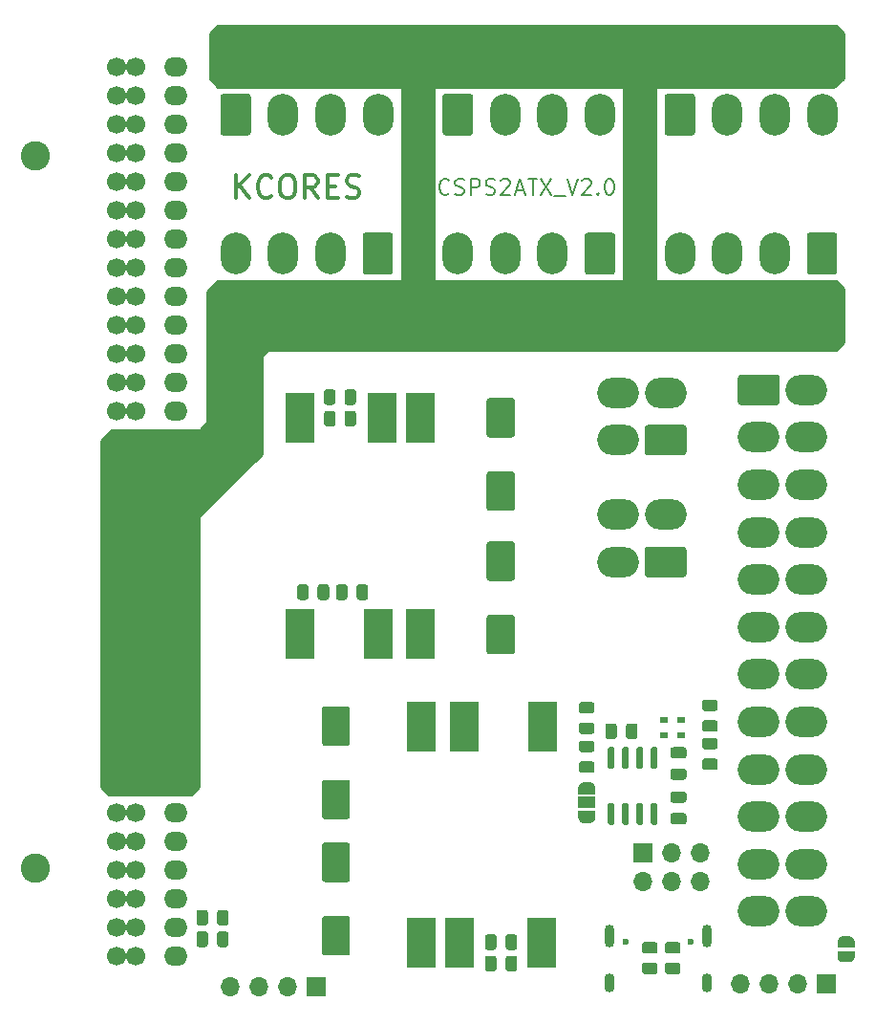
<source format=gbr>
%TF.GenerationSoftware,KiCad,Pcbnew,(5.1.9)-1*%
%TF.CreationDate,2021-04-10T21:08:21+08:00*%
%TF.ProjectId,CSPS2ATX2.0,43535053-3241-4545-9832-2e302e6b6963,V2.0*%
%TF.SameCoordinates,Original*%
%TF.FileFunction,Soldermask,Top*%
%TF.FilePolarity,Negative*%
%FSLAX46Y46*%
G04 Gerber Fmt 4.6, Leading zero omitted, Abs format (unit mm)*
G04 Created by KiCad (PCBNEW (5.1.9)-1) date 2021-04-10 21:08:21*
%MOMM*%
%LPD*%
G01*
G04 APERTURE LIST*
%ADD10C,0.150000*%
%ADD11C,0.300000*%
%ADD12C,0.600000*%
%ADD13O,0.900000X1.700000*%
%ADD14O,0.900000X2.000000*%
%ADD15O,1.700000X1.700000*%
%ADD16R,1.700000X1.700000*%
%ADD17R,0.700000X0.600000*%
%ADD18R,2.600000X4.500000*%
%ADD19C,0.100000*%
%ADD20R,1.500000X1.000000*%
%ADD21O,3.700000X2.700000*%
%ADD22O,2.700000X3.700000*%
%ADD23O,2.080000X1.700000*%
%ADD24C,1.700000*%
%ADD25C,2.600000*%
%ADD26C,0.254000*%
G04 APERTURE END LIST*
D10*
X112259333Y-53078000D02*
X112192666Y-53144666D01*
X111992666Y-53211333D01*
X111859333Y-53211333D01*
X111659333Y-53144666D01*
X111526000Y-53011333D01*
X111459333Y-52878000D01*
X111392666Y-52611333D01*
X111392666Y-52411333D01*
X111459333Y-52144666D01*
X111526000Y-52011333D01*
X111659333Y-51878000D01*
X111859333Y-51811333D01*
X111992666Y-51811333D01*
X112192666Y-51878000D01*
X112259333Y-51944666D01*
X112792666Y-53144666D02*
X112992666Y-53211333D01*
X113326000Y-53211333D01*
X113459333Y-53144666D01*
X113526000Y-53078000D01*
X113592666Y-52944666D01*
X113592666Y-52811333D01*
X113526000Y-52678000D01*
X113459333Y-52611333D01*
X113326000Y-52544666D01*
X113059333Y-52478000D01*
X112926000Y-52411333D01*
X112859333Y-52344666D01*
X112792666Y-52211333D01*
X112792666Y-52078000D01*
X112859333Y-51944666D01*
X112926000Y-51878000D01*
X113059333Y-51811333D01*
X113392666Y-51811333D01*
X113592666Y-51878000D01*
X114192666Y-53211333D02*
X114192666Y-51811333D01*
X114726000Y-51811333D01*
X114859333Y-51878000D01*
X114926000Y-51944666D01*
X114992666Y-52078000D01*
X114992666Y-52278000D01*
X114926000Y-52411333D01*
X114859333Y-52478000D01*
X114726000Y-52544666D01*
X114192666Y-52544666D01*
X115526000Y-53144666D02*
X115726000Y-53211333D01*
X116059333Y-53211333D01*
X116192666Y-53144666D01*
X116259333Y-53078000D01*
X116326000Y-52944666D01*
X116326000Y-52811333D01*
X116259333Y-52678000D01*
X116192666Y-52611333D01*
X116059333Y-52544666D01*
X115792666Y-52478000D01*
X115659333Y-52411333D01*
X115592666Y-52344666D01*
X115526000Y-52211333D01*
X115526000Y-52078000D01*
X115592666Y-51944666D01*
X115659333Y-51878000D01*
X115792666Y-51811333D01*
X116126000Y-51811333D01*
X116326000Y-51878000D01*
X116859333Y-51944666D02*
X116926000Y-51878000D01*
X117059333Y-51811333D01*
X117392666Y-51811333D01*
X117526000Y-51878000D01*
X117592666Y-51944666D01*
X117659333Y-52078000D01*
X117659333Y-52211333D01*
X117592666Y-52411333D01*
X116792666Y-53211333D01*
X117659333Y-53211333D01*
X118192666Y-52811333D02*
X118859333Y-52811333D01*
X118059333Y-53211333D02*
X118526000Y-51811333D01*
X118992666Y-53211333D01*
X119259333Y-51811333D02*
X120059333Y-51811333D01*
X119659333Y-53211333D02*
X119659333Y-51811333D01*
X120392666Y-51811333D02*
X121326000Y-53211333D01*
X121326000Y-51811333D02*
X120392666Y-53211333D01*
X121526000Y-53344666D02*
X122592666Y-53344666D01*
X122726000Y-51811333D02*
X123192666Y-53211333D01*
X123659333Y-51811333D01*
X124059333Y-51944666D02*
X124126000Y-51878000D01*
X124259333Y-51811333D01*
X124592666Y-51811333D01*
X124726000Y-51878000D01*
X124792666Y-51944666D01*
X124859333Y-52078000D01*
X124859333Y-52211333D01*
X124792666Y-52411333D01*
X123992666Y-53211333D01*
X124859333Y-53211333D01*
X125459333Y-53078000D02*
X125526000Y-53144666D01*
X125459333Y-53211333D01*
X125392666Y-53144666D01*
X125459333Y-53078000D01*
X125459333Y-53211333D01*
X126392666Y-51811333D02*
X126526000Y-51811333D01*
X126659333Y-51878000D01*
X126726000Y-51944666D01*
X126792666Y-52078000D01*
X126859333Y-52344666D01*
X126859333Y-52678000D01*
X126792666Y-52944666D01*
X126726000Y-53078000D01*
X126659333Y-53144666D01*
X126526000Y-53211333D01*
X126392666Y-53211333D01*
X126259333Y-53144666D01*
X126192666Y-53078000D01*
X126126000Y-52944666D01*
X126059333Y-52678000D01*
X126059333Y-52344666D01*
X126126000Y-52078000D01*
X126192666Y-51944666D01*
X126259333Y-51878000D01*
X126392666Y-51811333D01*
D11*
X93377428Y-53482761D02*
X93377428Y-51482761D01*
X94520285Y-53482761D02*
X93663142Y-52339904D01*
X94520285Y-51482761D02*
X93377428Y-52625619D01*
X96520285Y-53292285D02*
X96425047Y-53387523D01*
X96139333Y-53482761D01*
X95948857Y-53482761D01*
X95663142Y-53387523D01*
X95472666Y-53197047D01*
X95377428Y-53006571D01*
X95282190Y-52625619D01*
X95282190Y-52339904D01*
X95377428Y-51958952D01*
X95472666Y-51768476D01*
X95663142Y-51578000D01*
X95948857Y-51482761D01*
X96139333Y-51482761D01*
X96425047Y-51578000D01*
X96520285Y-51673238D01*
X97758380Y-51482761D02*
X98139333Y-51482761D01*
X98329809Y-51578000D01*
X98520285Y-51768476D01*
X98615523Y-52149428D01*
X98615523Y-52816095D01*
X98520285Y-53197047D01*
X98329809Y-53387523D01*
X98139333Y-53482761D01*
X97758380Y-53482761D01*
X97567904Y-53387523D01*
X97377428Y-53197047D01*
X97282190Y-52816095D01*
X97282190Y-52149428D01*
X97377428Y-51768476D01*
X97567904Y-51578000D01*
X97758380Y-51482761D01*
X100615523Y-53482761D02*
X99948857Y-52530380D01*
X99472666Y-53482761D02*
X99472666Y-51482761D01*
X100234571Y-51482761D01*
X100425047Y-51578000D01*
X100520285Y-51673238D01*
X100615523Y-51863714D01*
X100615523Y-52149428D01*
X100520285Y-52339904D01*
X100425047Y-52435142D01*
X100234571Y-52530380D01*
X99472666Y-52530380D01*
X101472666Y-52435142D02*
X102139333Y-52435142D01*
X102425047Y-53482761D02*
X101472666Y-53482761D01*
X101472666Y-51482761D01*
X102425047Y-51482761D01*
X103186952Y-53387523D02*
X103472666Y-53482761D01*
X103948857Y-53482761D01*
X104139333Y-53387523D01*
X104234571Y-53292285D01*
X104329809Y-53101809D01*
X104329809Y-52911333D01*
X104234571Y-52720857D01*
X104139333Y-52625619D01*
X103948857Y-52530380D01*
X103567904Y-52435142D01*
X103377428Y-52339904D01*
X103282190Y-52244666D01*
X103186952Y-52054190D01*
X103186952Y-51863714D01*
X103282190Y-51673238D01*
X103377428Y-51578000D01*
X103567904Y-51482761D01*
X104044095Y-51482761D01*
X104329809Y-51578000D01*
D12*
%TO.C,J101*%
X133700000Y-119327000D03*
X127920000Y-119327000D03*
D13*
X126490000Y-123017000D03*
X135130000Y-123017000D03*
D14*
X126490000Y-118847000D03*
X135130000Y-118847000D03*
%TD*%
D15*
%TO.C,J104*%
X92837000Y-123317000D03*
X95377000Y-123317000D03*
X97917000Y-123317000D03*
D16*
X100457000Y-123317000D03*
%TD*%
D17*
%TO.C,D2*%
X131318000Y-101095000D03*
X131318000Y-99695000D03*
%TD*%
%TO.C,D1*%
X132842000Y-101095000D03*
X132842000Y-99695000D03*
%TD*%
D18*
%TO.C,U3*%
X113210000Y-119420000D03*
X109810000Y-119420000D03*
X120500000Y-119420000D03*
X109810000Y-100330000D03*
X113610000Y-100330000D03*
X120510000Y-100330000D03*
%TD*%
%TO.C,U2*%
X106350000Y-72985000D03*
X109750000Y-72985000D03*
X99060000Y-72985000D03*
X109750000Y-92075000D03*
X105950000Y-92075000D03*
X99050000Y-92075000D03*
%TD*%
%TO.C,R10*%
G36*
G01*
X117263500Y-121735001D02*
X117263500Y-120834999D01*
G75*
G02*
X117513499Y-120585000I249999J0D01*
G01*
X118038501Y-120585000D01*
G75*
G02*
X118288500Y-120834999I0J-249999D01*
G01*
X118288500Y-121735001D01*
G75*
G02*
X118038501Y-121985000I-249999J0D01*
G01*
X117513499Y-121985000D01*
G75*
G02*
X117263500Y-121735001I0J249999D01*
G01*
G37*
G36*
G01*
X115438500Y-121735001D02*
X115438500Y-120834999D01*
G75*
G02*
X115688499Y-120585000I249999J0D01*
G01*
X116213501Y-120585000D01*
G75*
G02*
X116463500Y-120834999I0J-249999D01*
G01*
X116463500Y-121735001D01*
G75*
G02*
X116213501Y-121985000I-249999J0D01*
G01*
X115688499Y-121985000D01*
G75*
G02*
X115438500Y-121735001I0J249999D01*
G01*
G37*
%TD*%
%TO.C,R9*%
G36*
G01*
X116463500Y-118929999D02*
X116463500Y-119830001D01*
G75*
G02*
X116213501Y-120080000I-249999J0D01*
G01*
X115688499Y-120080000D01*
G75*
G02*
X115438500Y-119830001I0J249999D01*
G01*
X115438500Y-118929999D01*
G75*
G02*
X115688499Y-118680000I249999J0D01*
G01*
X116213501Y-118680000D01*
G75*
G02*
X116463500Y-118929999I0J-249999D01*
G01*
G37*
G36*
G01*
X118288500Y-118929999D02*
X118288500Y-119830001D01*
G75*
G02*
X118038501Y-120080000I-249999J0D01*
G01*
X117513499Y-120080000D01*
G75*
G02*
X117263500Y-119830001I0J249999D01*
G01*
X117263500Y-118929999D01*
G75*
G02*
X117513499Y-118680000I249999J0D01*
G01*
X118038501Y-118680000D01*
G75*
G02*
X118288500Y-118929999I0J-249999D01*
G01*
G37*
%TD*%
%TO.C,R8*%
G36*
G01*
X102192500Y-70669999D02*
X102192500Y-71570001D01*
G75*
G02*
X101942501Y-71820000I-249999J0D01*
G01*
X101417499Y-71820000D01*
G75*
G02*
X101167500Y-71570001I0J249999D01*
G01*
X101167500Y-70669999D01*
G75*
G02*
X101417499Y-70420000I249999J0D01*
G01*
X101942501Y-70420000D01*
G75*
G02*
X102192500Y-70669999I0J-249999D01*
G01*
G37*
G36*
G01*
X104017500Y-70669999D02*
X104017500Y-71570001D01*
G75*
G02*
X103767501Y-71820000I-249999J0D01*
G01*
X103242499Y-71820000D01*
G75*
G02*
X102992500Y-71570001I0J249999D01*
G01*
X102992500Y-70669999D01*
G75*
G02*
X103242499Y-70420000I249999J0D01*
G01*
X103767501Y-70420000D01*
G75*
G02*
X104017500Y-70669999I0J-249999D01*
G01*
G37*
%TD*%
%TO.C,R7*%
G36*
G01*
X102992500Y-73475001D02*
X102992500Y-72574999D01*
G75*
G02*
X103242499Y-72325000I249999J0D01*
G01*
X103767501Y-72325000D01*
G75*
G02*
X104017500Y-72574999I0J-249999D01*
G01*
X104017500Y-73475001D01*
G75*
G02*
X103767501Y-73725000I-249999J0D01*
G01*
X103242499Y-73725000D01*
G75*
G02*
X102992500Y-73475001I0J249999D01*
G01*
G37*
G36*
G01*
X101167500Y-73475001D02*
X101167500Y-72574999D01*
G75*
G02*
X101417499Y-72325000I249999J0D01*
G01*
X101942501Y-72325000D01*
G75*
G02*
X102192500Y-72574999I0J-249999D01*
G01*
X102192500Y-73475001D01*
G75*
G02*
X101942501Y-73725000I-249999J0D01*
G01*
X101417499Y-73725000D01*
G75*
G02*
X101167500Y-73475001I0J249999D01*
G01*
G37*
%TD*%
%TO.C,C6*%
G36*
G01*
X117840000Y-87400000D02*
X115840000Y-87400000D01*
G75*
G02*
X115590000Y-87150000I0J250000D01*
G01*
X115590000Y-84150000D01*
G75*
G02*
X115840000Y-83900000I250000J0D01*
G01*
X117840000Y-83900000D01*
G75*
G02*
X118090000Y-84150000I0J-250000D01*
G01*
X118090000Y-87150000D01*
G75*
G02*
X117840000Y-87400000I-250000J0D01*
G01*
G37*
G36*
G01*
X117840000Y-93900000D02*
X115840000Y-93900000D01*
G75*
G02*
X115590000Y-93650000I0J250000D01*
G01*
X115590000Y-90650000D01*
G75*
G02*
X115840000Y-90400000I250000J0D01*
G01*
X117840000Y-90400000D01*
G75*
G02*
X118090000Y-90650000I0J-250000D01*
G01*
X118090000Y-93650000D01*
G75*
G02*
X117840000Y-93900000I-250000J0D01*
G01*
G37*
%TD*%
%TO.C,C5*%
G36*
G01*
X103235000Y-114070000D02*
X101235000Y-114070000D01*
G75*
G02*
X100985000Y-113820000I0J250000D01*
G01*
X100985000Y-110820000D01*
G75*
G02*
X101235000Y-110570000I250000J0D01*
G01*
X103235000Y-110570000D01*
G75*
G02*
X103485000Y-110820000I0J-250000D01*
G01*
X103485000Y-113820000D01*
G75*
G02*
X103235000Y-114070000I-250000J0D01*
G01*
G37*
G36*
G01*
X103235000Y-120570000D02*
X101235000Y-120570000D01*
G75*
G02*
X100985000Y-120320000I0J250000D01*
G01*
X100985000Y-117320000D01*
G75*
G02*
X101235000Y-117070000I250000J0D01*
G01*
X103235000Y-117070000D01*
G75*
G02*
X103485000Y-117320000I0J-250000D01*
G01*
X103485000Y-120320000D01*
G75*
G02*
X103235000Y-120570000I-250000J0D01*
G01*
G37*
%TD*%
%TO.C,C4*%
G36*
G01*
X117840000Y-74700000D02*
X115840000Y-74700000D01*
G75*
G02*
X115590000Y-74450000I0J250000D01*
G01*
X115590000Y-71450000D01*
G75*
G02*
X115840000Y-71200000I250000J0D01*
G01*
X117840000Y-71200000D01*
G75*
G02*
X118090000Y-71450000I0J-250000D01*
G01*
X118090000Y-74450000D01*
G75*
G02*
X117840000Y-74700000I-250000J0D01*
G01*
G37*
G36*
G01*
X117840000Y-81200000D02*
X115840000Y-81200000D01*
G75*
G02*
X115590000Y-80950000I0J250000D01*
G01*
X115590000Y-77950000D01*
G75*
G02*
X115840000Y-77700000I250000J0D01*
G01*
X117840000Y-77700000D01*
G75*
G02*
X118090000Y-77950000I0J-250000D01*
G01*
X118090000Y-80950000D01*
G75*
G02*
X117840000Y-81200000I-250000J0D01*
G01*
G37*
%TD*%
%TO.C,C3*%
G36*
G01*
X101235000Y-105005000D02*
X103235000Y-105005000D01*
G75*
G02*
X103485000Y-105255000I0J-250000D01*
G01*
X103485000Y-108255000D01*
G75*
G02*
X103235000Y-108505000I-250000J0D01*
G01*
X101235000Y-108505000D01*
G75*
G02*
X100985000Y-108255000I0J250000D01*
G01*
X100985000Y-105255000D01*
G75*
G02*
X101235000Y-105005000I250000J0D01*
G01*
G37*
G36*
G01*
X101235000Y-98505000D02*
X103235000Y-98505000D01*
G75*
G02*
X103485000Y-98755000I0J-250000D01*
G01*
X103485000Y-101755000D01*
G75*
G02*
X103235000Y-102005000I-250000J0D01*
G01*
X101235000Y-102005000D01*
G75*
G02*
X100985000Y-101755000I0J250000D01*
G01*
X100985000Y-98755000D01*
G75*
G02*
X101235000Y-98505000I250000J0D01*
G01*
G37*
%TD*%
%TO.C,U1*%
G36*
G01*
X126769000Y-104037000D02*
X126469000Y-104037000D01*
G75*
G02*
X126319000Y-103887000I0J150000D01*
G01*
X126319000Y-102237000D01*
G75*
G02*
X126469000Y-102087000I150000J0D01*
G01*
X126769000Y-102087000D01*
G75*
G02*
X126919000Y-102237000I0J-150000D01*
G01*
X126919000Y-103887000D01*
G75*
G02*
X126769000Y-104037000I-150000J0D01*
G01*
G37*
G36*
G01*
X128039000Y-104037000D02*
X127739000Y-104037000D01*
G75*
G02*
X127589000Y-103887000I0J150000D01*
G01*
X127589000Y-102237000D01*
G75*
G02*
X127739000Y-102087000I150000J0D01*
G01*
X128039000Y-102087000D01*
G75*
G02*
X128189000Y-102237000I0J-150000D01*
G01*
X128189000Y-103887000D01*
G75*
G02*
X128039000Y-104037000I-150000J0D01*
G01*
G37*
G36*
G01*
X129309000Y-104037000D02*
X129009000Y-104037000D01*
G75*
G02*
X128859000Y-103887000I0J150000D01*
G01*
X128859000Y-102237000D01*
G75*
G02*
X129009000Y-102087000I150000J0D01*
G01*
X129309000Y-102087000D01*
G75*
G02*
X129459000Y-102237000I0J-150000D01*
G01*
X129459000Y-103887000D01*
G75*
G02*
X129309000Y-104037000I-150000J0D01*
G01*
G37*
G36*
G01*
X130579000Y-104037000D02*
X130279000Y-104037000D01*
G75*
G02*
X130129000Y-103887000I0J150000D01*
G01*
X130129000Y-102237000D01*
G75*
G02*
X130279000Y-102087000I150000J0D01*
G01*
X130579000Y-102087000D01*
G75*
G02*
X130729000Y-102237000I0J-150000D01*
G01*
X130729000Y-103887000D01*
G75*
G02*
X130579000Y-104037000I-150000J0D01*
G01*
G37*
G36*
G01*
X130579000Y-108987000D02*
X130279000Y-108987000D01*
G75*
G02*
X130129000Y-108837000I0J150000D01*
G01*
X130129000Y-107187000D01*
G75*
G02*
X130279000Y-107037000I150000J0D01*
G01*
X130579000Y-107037000D01*
G75*
G02*
X130729000Y-107187000I0J-150000D01*
G01*
X130729000Y-108837000D01*
G75*
G02*
X130579000Y-108987000I-150000J0D01*
G01*
G37*
G36*
G01*
X129309000Y-108987000D02*
X129009000Y-108987000D01*
G75*
G02*
X128859000Y-108837000I0J150000D01*
G01*
X128859000Y-107187000D01*
G75*
G02*
X129009000Y-107037000I150000J0D01*
G01*
X129309000Y-107037000D01*
G75*
G02*
X129459000Y-107187000I0J-150000D01*
G01*
X129459000Y-108837000D01*
G75*
G02*
X129309000Y-108987000I-150000J0D01*
G01*
G37*
G36*
G01*
X128039000Y-108987000D02*
X127739000Y-108987000D01*
G75*
G02*
X127589000Y-108837000I0J150000D01*
G01*
X127589000Y-107187000D01*
G75*
G02*
X127739000Y-107037000I150000J0D01*
G01*
X128039000Y-107037000D01*
G75*
G02*
X128189000Y-107187000I0J-150000D01*
G01*
X128189000Y-108837000D01*
G75*
G02*
X128039000Y-108987000I-150000J0D01*
G01*
G37*
G36*
G01*
X126769000Y-108987000D02*
X126469000Y-108987000D01*
G75*
G02*
X126319000Y-108837000I0J150000D01*
G01*
X126319000Y-107187000D01*
G75*
G02*
X126469000Y-107037000I150000J0D01*
G01*
X126769000Y-107037000D01*
G75*
G02*
X126919000Y-107187000I0J-150000D01*
G01*
X126919000Y-108837000D01*
G75*
G02*
X126769000Y-108987000I-150000J0D01*
G01*
G37*
%TD*%
%TO.C,R111*%
G36*
G01*
X134931999Y-103119500D02*
X135832001Y-103119500D01*
G75*
G02*
X136082000Y-103369499I0J-249999D01*
G01*
X136082000Y-103894501D01*
G75*
G02*
X135832001Y-104144500I-249999J0D01*
G01*
X134931999Y-104144500D01*
G75*
G02*
X134682000Y-103894501I0J249999D01*
G01*
X134682000Y-103369499D01*
G75*
G02*
X134931999Y-103119500I249999J0D01*
G01*
G37*
G36*
G01*
X134931999Y-101294500D02*
X135832001Y-101294500D01*
G75*
G02*
X136082000Y-101544499I0J-249999D01*
G01*
X136082000Y-102069501D01*
G75*
G02*
X135832001Y-102319500I-249999J0D01*
G01*
X134931999Y-102319500D01*
G75*
G02*
X134682000Y-102069501I0J249999D01*
G01*
X134682000Y-101544499D01*
G75*
G02*
X134931999Y-101294500I249999J0D01*
G01*
G37*
%TD*%
%TO.C,R110*%
G36*
G01*
X134931999Y-99737500D02*
X135832001Y-99737500D01*
G75*
G02*
X136082000Y-99987499I0J-249999D01*
G01*
X136082000Y-100512501D01*
G75*
G02*
X135832001Y-100762500I-249999J0D01*
G01*
X134931999Y-100762500D01*
G75*
G02*
X134682000Y-100512501I0J249999D01*
G01*
X134682000Y-99987499D01*
G75*
G02*
X134931999Y-99737500I249999J0D01*
G01*
G37*
G36*
G01*
X134931999Y-97912500D02*
X135832001Y-97912500D01*
G75*
G02*
X136082000Y-98162499I0J-249999D01*
G01*
X136082000Y-98687501D01*
G75*
G02*
X135832001Y-98937500I-249999J0D01*
G01*
X134931999Y-98937500D01*
G75*
G02*
X134682000Y-98687501I0J249999D01*
G01*
X134682000Y-98162499D01*
G75*
G02*
X134931999Y-97912500I249999J0D01*
G01*
G37*
%TD*%
%TO.C,R109*%
G36*
G01*
X90889500Y-118675999D02*
X90889500Y-119576001D01*
G75*
G02*
X90639501Y-119826000I-249999J0D01*
G01*
X90114499Y-119826000D01*
G75*
G02*
X89864500Y-119576001I0J249999D01*
G01*
X89864500Y-118675999D01*
G75*
G02*
X90114499Y-118426000I249999J0D01*
G01*
X90639501Y-118426000D01*
G75*
G02*
X90889500Y-118675999I0J-249999D01*
G01*
G37*
G36*
G01*
X92714500Y-118675999D02*
X92714500Y-119576001D01*
G75*
G02*
X92464501Y-119826000I-249999J0D01*
G01*
X91939499Y-119826000D01*
G75*
G02*
X91689500Y-119576001I0J249999D01*
G01*
X91689500Y-118675999D01*
G75*
G02*
X91939499Y-118426000I249999J0D01*
G01*
X92464501Y-118426000D01*
G75*
G02*
X92714500Y-118675999I0J-249999D01*
G01*
G37*
%TD*%
%TO.C,R108*%
G36*
G01*
X91689500Y-117671001D02*
X91689500Y-116770999D01*
G75*
G02*
X91939499Y-116521000I249999J0D01*
G01*
X92464501Y-116521000D01*
G75*
G02*
X92714500Y-116770999I0J-249999D01*
G01*
X92714500Y-117671001D01*
G75*
G02*
X92464501Y-117921000I-249999J0D01*
G01*
X91939499Y-117921000D01*
G75*
G02*
X91689500Y-117671001I0J249999D01*
G01*
G37*
G36*
G01*
X89864500Y-117671001D02*
X89864500Y-116770999D01*
G75*
G02*
X90114499Y-116521000I249999J0D01*
G01*
X90639501Y-116521000D01*
G75*
G02*
X90889500Y-116770999I0J-249999D01*
G01*
X90889500Y-117671001D01*
G75*
G02*
X90639501Y-117921000I-249999J0D01*
G01*
X90114499Y-117921000D01*
G75*
G02*
X89864500Y-117671001I0J249999D01*
G01*
G37*
%TD*%
%TO.C,R105*%
G36*
G01*
X104055500Y-88842001D02*
X104055500Y-87941999D01*
G75*
G02*
X104305499Y-87692000I249999J0D01*
G01*
X104830501Y-87692000D01*
G75*
G02*
X105080500Y-87941999I0J-249999D01*
G01*
X105080500Y-88842001D01*
G75*
G02*
X104830501Y-89092000I-249999J0D01*
G01*
X104305499Y-89092000D01*
G75*
G02*
X104055500Y-88842001I0J249999D01*
G01*
G37*
G36*
G01*
X102230500Y-88842001D02*
X102230500Y-87941999D01*
G75*
G02*
X102480499Y-87692000I249999J0D01*
G01*
X103005501Y-87692000D01*
G75*
G02*
X103255500Y-87941999I0J-249999D01*
G01*
X103255500Y-88842001D01*
G75*
G02*
X103005501Y-89092000I-249999J0D01*
G01*
X102480499Y-89092000D01*
G75*
G02*
X102230500Y-88842001I0J249999D01*
G01*
G37*
%TD*%
%TO.C,R104*%
G36*
G01*
X100603000Y-88842001D02*
X100603000Y-87941999D01*
G75*
G02*
X100852999Y-87692000I249999J0D01*
G01*
X101378001Y-87692000D01*
G75*
G02*
X101628000Y-87941999I0J-249999D01*
G01*
X101628000Y-88842001D01*
G75*
G02*
X101378001Y-89092000I-249999J0D01*
G01*
X100852999Y-89092000D01*
G75*
G02*
X100603000Y-88842001I0J249999D01*
G01*
G37*
G36*
G01*
X98778000Y-88842001D02*
X98778000Y-87941999D01*
G75*
G02*
X99027999Y-87692000I249999J0D01*
G01*
X99553001Y-87692000D01*
G75*
G02*
X99803000Y-87941999I0J-249999D01*
G01*
X99803000Y-88842001D01*
G75*
G02*
X99553001Y-89092000I-249999J0D01*
G01*
X99027999Y-89092000D01*
G75*
G02*
X98778000Y-88842001I0J249999D01*
G01*
G37*
%TD*%
%TO.C,R103*%
G36*
G01*
X131629999Y-121200500D02*
X132530001Y-121200500D01*
G75*
G02*
X132780000Y-121450499I0J-249999D01*
G01*
X132780000Y-121975501D01*
G75*
G02*
X132530001Y-122225500I-249999J0D01*
G01*
X131629999Y-122225500D01*
G75*
G02*
X131380000Y-121975501I0J249999D01*
G01*
X131380000Y-121450499D01*
G75*
G02*
X131629999Y-121200500I249999J0D01*
G01*
G37*
G36*
G01*
X131629999Y-119375500D02*
X132530001Y-119375500D01*
G75*
G02*
X132780000Y-119625499I0J-249999D01*
G01*
X132780000Y-120150501D01*
G75*
G02*
X132530001Y-120400500I-249999J0D01*
G01*
X131629999Y-120400500D01*
G75*
G02*
X131380000Y-120150501I0J249999D01*
G01*
X131380000Y-119625499D01*
G75*
G02*
X131629999Y-119375500I249999J0D01*
G01*
G37*
%TD*%
%TO.C,R102*%
G36*
G01*
X129597999Y-121200500D02*
X130498001Y-121200500D01*
G75*
G02*
X130748000Y-121450499I0J-249999D01*
G01*
X130748000Y-121975501D01*
G75*
G02*
X130498001Y-122225500I-249999J0D01*
G01*
X129597999Y-122225500D01*
G75*
G02*
X129348000Y-121975501I0J249999D01*
G01*
X129348000Y-121450499D01*
G75*
G02*
X129597999Y-121200500I249999J0D01*
G01*
G37*
G36*
G01*
X129597999Y-119375500D02*
X130498001Y-119375500D01*
G75*
G02*
X130748000Y-119625499I0J-249999D01*
G01*
X130748000Y-120150501D01*
G75*
G02*
X130498001Y-120400500I-249999J0D01*
G01*
X129597999Y-120400500D01*
G75*
G02*
X129348000Y-120150501I0J249999D01*
G01*
X129348000Y-119625499D01*
G75*
G02*
X129597999Y-119375500I249999J0D01*
G01*
G37*
%TD*%
%TO.C,R4*%
G36*
G01*
X124009999Y-103373500D02*
X124910001Y-103373500D01*
G75*
G02*
X125160000Y-103623499I0J-249999D01*
G01*
X125160000Y-104148501D01*
G75*
G02*
X124910001Y-104398500I-249999J0D01*
G01*
X124009999Y-104398500D01*
G75*
G02*
X123760000Y-104148501I0J249999D01*
G01*
X123760000Y-103623499D01*
G75*
G02*
X124009999Y-103373500I249999J0D01*
G01*
G37*
G36*
G01*
X124009999Y-101548500D02*
X124910001Y-101548500D01*
G75*
G02*
X125160000Y-101798499I0J-249999D01*
G01*
X125160000Y-102323501D01*
G75*
G02*
X124910001Y-102573500I-249999J0D01*
G01*
X124009999Y-102573500D01*
G75*
G02*
X123760000Y-102323501I0J249999D01*
G01*
X123760000Y-101798499D01*
G75*
G02*
X124009999Y-101548500I249999J0D01*
G01*
G37*
%TD*%
%TO.C,R3*%
G36*
G01*
X124009999Y-99944500D02*
X124910001Y-99944500D01*
G75*
G02*
X125160000Y-100194499I0J-249999D01*
G01*
X125160000Y-100719501D01*
G75*
G02*
X124910001Y-100969500I-249999J0D01*
G01*
X124009999Y-100969500D01*
G75*
G02*
X123760000Y-100719501I0J249999D01*
G01*
X123760000Y-100194499D01*
G75*
G02*
X124009999Y-99944500I249999J0D01*
G01*
G37*
G36*
G01*
X124009999Y-98119500D02*
X124910001Y-98119500D01*
G75*
G02*
X125160000Y-98369499I0J-249999D01*
G01*
X125160000Y-98894501D01*
G75*
G02*
X124910001Y-99144500I-249999J0D01*
G01*
X124009999Y-99144500D01*
G75*
G02*
X123760000Y-98894501I0J249999D01*
G01*
X123760000Y-98369499D01*
G75*
G02*
X124009999Y-98119500I249999J0D01*
G01*
G37*
%TD*%
%TO.C,R2*%
G36*
G01*
X127131500Y-100260999D02*
X127131500Y-101161001D01*
G75*
G02*
X126881501Y-101411000I-249999J0D01*
G01*
X126356499Y-101411000D01*
G75*
G02*
X126106500Y-101161001I0J249999D01*
G01*
X126106500Y-100260999D01*
G75*
G02*
X126356499Y-100011000I249999J0D01*
G01*
X126881501Y-100011000D01*
G75*
G02*
X127131500Y-100260999I0J-249999D01*
G01*
G37*
G36*
G01*
X128956500Y-100260999D02*
X128956500Y-101161001D01*
G75*
G02*
X128706501Y-101411000I-249999J0D01*
G01*
X128181499Y-101411000D01*
G75*
G02*
X127931500Y-101161001I0J249999D01*
G01*
X127931500Y-100260999D01*
G75*
G02*
X128181499Y-100011000I249999J0D01*
G01*
X128706501Y-100011000D01*
G75*
G02*
X128956500Y-100260999I0J-249999D01*
G01*
G37*
%TD*%
D19*
%TO.C,JP101*%
G36*
X148196398Y-120665000D02*
G01*
X148196398Y-120689534D01*
X148191588Y-120738365D01*
X148182016Y-120786490D01*
X148167772Y-120833445D01*
X148148995Y-120878778D01*
X148125864Y-120922051D01*
X148098604Y-120962850D01*
X148067476Y-121000779D01*
X148032779Y-121035476D01*
X147994850Y-121066604D01*
X147954051Y-121093864D01*
X147910778Y-121116995D01*
X147865445Y-121135772D01*
X147818490Y-121150016D01*
X147770365Y-121159588D01*
X147721534Y-121164398D01*
X147697000Y-121164398D01*
X147697000Y-121165000D01*
X147197000Y-121165000D01*
X147197000Y-121164398D01*
X147172466Y-121164398D01*
X147123635Y-121159588D01*
X147075510Y-121150016D01*
X147028555Y-121135772D01*
X146983222Y-121116995D01*
X146939949Y-121093864D01*
X146899150Y-121066604D01*
X146861221Y-121035476D01*
X146826524Y-121000779D01*
X146795396Y-120962850D01*
X146768136Y-120922051D01*
X146745005Y-120878778D01*
X146726228Y-120833445D01*
X146711984Y-120786490D01*
X146702412Y-120738365D01*
X146697602Y-120689534D01*
X146697602Y-120665000D01*
X146697000Y-120665000D01*
X146697000Y-120165000D01*
X148197000Y-120165000D01*
X148197000Y-120665000D01*
X148196398Y-120665000D01*
G37*
G36*
X146697000Y-119865000D02*
G01*
X146697000Y-119365000D01*
X146697602Y-119365000D01*
X146697602Y-119340466D01*
X146702412Y-119291635D01*
X146711984Y-119243510D01*
X146726228Y-119196555D01*
X146745005Y-119151222D01*
X146768136Y-119107949D01*
X146795396Y-119067150D01*
X146826524Y-119029221D01*
X146861221Y-118994524D01*
X146899150Y-118963396D01*
X146939949Y-118936136D01*
X146983222Y-118913005D01*
X147028555Y-118894228D01*
X147075510Y-118879984D01*
X147123635Y-118870412D01*
X147172466Y-118865602D01*
X147197000Y-118865602D01*
X147197000Y-118865000D01*
X147697000Y-118865000D01*
X147697000Y-118865602D01*
X147721534Y-118865602D01*
X147770365Y-118870412D01*
X147818490Y-118879984D01*
X147865445Y-118894228D01*
X147910778Y-118913005D01*
X147954051Y-118936136D01*
X147994850Y-118963396D01*
X148032779Y-118994524D01*
X148067476Y-119029221D01*
X148098604Y-119067150D01*
X148125864Y-119107949D01*
X148148995Y-119151222D01*
X148167772Y-119196555D01*
X148182016Y-119243510D01*
X148191588Y-119291635D01*
X148196398Y-119340466D01*
X148196398Y-119365000D01*
X148197000Y-119365000D01*
X148197000Y-119865000D01*
X146697000Y-119865000D01*
G37*
%TD*%
%TO.C,JP1*%
G36*
X125210000Y-107781000D02*
G01*
X125210000Y-108331000D01*
X125209398Y-108331000D01*
X125209398Y-108355534D01*
X125204588Y-108404365D01*
X125195016Y-108452490D01*
X125180772Y-108499445D01*
X125161995Y-108544778D01*
X125138864Y-108588051D01*
X125111604Y-108628850D01*
X125080476Y-108666779D01*
X125045779Y-108701476D01*
X125007850Y-108732604D01*
X124967051Y-108759864D01*
X124923778Y-108782995D01*
X124878445Y-108801772D01*
X124831490Y-108816016D01*
X124783365Y-108825588D01*
X124734534Y-108830398D01*
X124710000Y-108830398D01*
X124710000Y-108831000D01*
X124210000Y-108831000D01*
X124210000Y-108830398D01*
X124185466Y-108830398D01*
X124136635Y-108825588D01*
X124088510Y-108816016D01*
X124041555Y-108801772D01*
X123996222Y-108782995D01*
X123952949Y-108759864D01*
X123912150Y-108732604D01*
X123874221Y-108701476D01*
X123839524Y-108666779D01*
X123808396Y-108628850D01*
X123781136Y-108588051D01*
X123758005Y-108544778D01*
X123739228Y-108499445D01*
X123724984Y-108452490D01*
X123715412Y-108404365D01*
X123710602Y-108355534D01*
X123710602Y-108331000D01*
X123710000Y-108331000D01*
X123710000Y-107781000D01*
X125210000Y-107781000D01*
G37*
D20*
X124460000Y-107031000D03*
D19*
G36*
X123710602Y-105731000D02*
G01*
X123710602Y-105706466D01*
X123715412Y-105657635D01*
X123724984Y-105609510D01*
X123739228Y-105562555D01*
X123758005Y-105517222D01*
X123781136Y-105473949D01*
X123808396Y-105433150D01*
X123839524Y-105395221D01*
X123874221Y-105360524D01*
X123912150Y-105329396D01*
X123952949Y-105302136D01*
X123996222Y-105279005D01*
X124041555Y-105260228D01*
X124088510Y-105245984D01*
X124136635Y-105236412D01*
X124185466Y-105231602D01*
X124210000Y-105231602D01*
X124210000Y-105231000D01*
X124710000Y-105231000D01*
X124710000Y-105231602D01*
X124734534Y-105231602D01*
X124783365Y-105236412D01*
X124831490Y-105245984D01*
X124878445Y-105260228D01*
X124923778Y-105279005D01*
X124967051Y-105302136D01*
X125007850Y-105329396D01*
X125045779Y-105360524D01*
X125080476Y-105395221D01*
X125111604Y-105433150D01*
X125138864Y-105473949D01*
X125161995Y-105517222D01*
X125180772Y-105562555D01*
X125195016Y-105609510D01*
X125204588Y-105657635D01*
X125209398Y-105706466D01*
X125209398Y-105731000D01*
X125210000Y-105731000D01*
X125210000Y-106281000D01*
X123710000Y-106281000D01*
X123710000Y-105731000D01*
X123710602Y-105731000D01*
G37*
%TD*%
D15*
%TO.C,J103*%
X138049000Y-123063000D03*
X140589000Y-123063000D03*
X143129000Y-123063000D03*
D16*
X145669000Y-123063000D03*
%TD*%
D15*
%TO.C,J102*%
X134493000Y-114046000D03*
X134493000Y-111506000D03*
X131953000Y-114046000D03*
X131953000Y-111506000D03*
X129413000Y-114046000D03*
D16*
X129413000Y-111506000D03*
%TD*%
%TO.C,J10*%
G36*
G01*
X133043900Y-76280000D02*
X129846100Y-76280000D01*
G75*
G02*
X129595000Y-76028900I0J251100D01*
G01*
X129595000Y-73831100D01*
G75*
G02*
X129846100Y-73580000I251100J0D01*
G01*
X133043900Y-73580000D01*
G75*
G02*
X133295000Y-73831100I0J-251100D01*
G01*
X133295000Y-76028900D01*
G75*
G02*
X133043900Y-76280000I-251100J0D01*
G01*
G37*
D21*
X131445000Y-70730000D03*
X127245000Y-74930000D03*
X127245000Y-70730000D03*
%TD*%
%TO.C,J9*%
G36*
G01*
X133043900Y-87075000D02*
X129846100Y-87075000D01*
G75*
G02*
X129595000Y-86823900I0J251100D01*
G01*
X129595000Y-84626100D01*
G75*
G02*
X129846100Y-84375000I251100J0D01*
G01*
X133043900Y-84375000D01*
G75*
G02*
X133295000Y-84626100I0J-251100D01*
G01*
X133295000Y-86823900D01*
G75*
G02*
X133043900Y-87075000I-251100J0D01*
G01*
G37*
X131445000Y-81525000D03*
X127245000Y-85725000D03*
X127245000Y-81525000D03*
%TD*%
D22*
%TO.C,J8*%
X132715000Y-62620000D03*
X136915000Y-62620000D03*
X141115000Y-62620000D03*
X145315000Y-62620000D03*
X132715000Y-58420000D03*
X136915000Y-58420000D03*
G36*
G01*
X146665000Y-56821100D02*
X146665000Y-60018900D01*
G75*
G02*
X146413900Y-60270000I-251100J0D01*
G01*
X144216100Y-60270000D01*
G75*
G02*
X143965000Y-60018900I0J251100D01*
G01*
X143965000Y-56821100D01*
G75*
G02*
X144216100Y-56570000I251100J0D01*
G01*
X146413900Y-56570000D01*
G75*
G02*
X146665000Y-56821100I0J-251100D01*
G01*
G37*
X141115000Y-58420000D03*
%TD*%
%TO.C,J7*%
X145315000Y-41910000D03*
X141115000Y-41910000D03*
X136915000Y-41910000D03*
X132715000Y-41910000D03*
X145315000Y-46110000D03*
X141115000Y-46110000D03*
G36*
G01*
X131365000Y-47708900D02*
X131365000Y-44511100D01*
G75*
G02*
X131616100Y-44260000I251100J0D01*
G01*
X133813900Y-44260000D01*
G75*
G02*
X134065000Y-44511100I0J-251100D01*
G01*
X134065000Y-47708900D01*
G75*
G02*
X133813900Y-47960000I-251100J0D01*
G01*
X131616100Y-47960000D01*
G75*
G02*
X131365000Y-47708900I0J251100D01*
G01*
G37*
X136915000Y-46110000D03*
%TD*%
%TO.C,J6*%
X113030000Y-62620000D03*
X117230000Y-62620000D03*
X121430000Y-62620000D03*
X125630000Y-62620000D03*
X113030000Y-58420000D03*
X117230000Y-58420000D03*
G36*
G01*
X126980000Y-56821100D02*
X126980000Y-60018900D01*
G75*
G02*
X126728900Y-60270000I-251100J0D01*
G01*
X124531100Y-60270000D01*
G75*
G02*
X124280000Y-60018900I0J251100D01*
G01*
X124280000Y-56821100D01*
G75*
G02*
X124531100Y-56570000I251100J0D01*
G01*
X126728900Y-56570000D01*
G75*
G02*
X126980000Y-56821100I0J-251100D01*
G01*
G37*
X121430000Y-58420000D03*
%TD*%
%TO.C,J5*%
X125630000Y-41910000D03*
X121430000Y-41910000D03*
X117230000Y-41910000D03*
X113030000Y-41910000D03*
X125630000Y-46110000D03*
X121430000Y-46110000D03*
G36*
G01*
X111680000Y-47708900D02*
X111680000Y-44511100D01*
G75*
G02*
X111931100Y-44260000I251100J0D01*
G01*
X114128900Y-44260000D01*
G75*
G02*
X114380000Y-44511100I0J-251100D01*
G01*
X114380000Y-47708900D01*
G75*
G02*
X114128900Y-47960000I-251100J0D01*
G01*
X111931100Y-47960000D01*
G75*
G02*
X111680000Y-47708900I0J251100D01*
G01*
G37*
X117230000Y-46110000D03*
%TD*%
%TO.C,J4*%
X93345000Y-62620000D03*
X97545000Y-62620000D03*
X101745000Y-62620000D03*
X105945000Y-62620000D03*
X93345000Y-58420000D03*
X97545000Y-58420000D03*
G36*
G01*
X107295000Y-56821100D02*
X107295000Y-60018900D01*
G75*
G02*
X107043900Y-60270000I-251100J0D01*
G01*
X104846100Y-60270000D01*
G75*
G02*
X104595000Y-60018900I0J251100D01*
G01*
X104595000Y-56821100D01*
G75*
G02*
X104846100Y-56570000I251100J0D01*
G01*
X107043900Y-56570000D01*
G75*
G02*
X107295000Y-56821100I0J-251100D01*
G01*
G37*
X101745000Y-58420000D03*
%TD*%
%TO.C,J3*%
X105945000Y-41910000D03*
X101745000Y-41910000D03*
X97545000Y-41910000D03*
X93345000Y-41910000D03*
X105945000Y-46110000D03*
X101745000Y-46110000D03*
G36*
G01*
X91995000Y-47708900D02*
X91995000Y-44511100D01*
G75*
G02*
X92246100Y-44260000I251100J0D01*
G01*
X94443900Y-44260000D01*
G75*
G02*
X94695000Y-44511100I0J-251100D01*
G01*
X94695000Y-47708900D01*
G75*
G02*
X94443900Y-47960000I-251100J0D01*
G01*
X92246100Y-47960000D01*
G75*
G02*
X91995000Y-47708900I0J251100D01*
G01*
G37*
X97545000Y-46110000D03*
%TD*%
D21*
%TO.C,J2*%
X143900000Y-116685000D03*
X143900000Y-112485000D03*
X143900000Y-108285000D03*
X143900000Y-104085000D03*
X143900000Y-99885000D03*
X143900000Y-95685000D03*
X143900000Y-91485000D03*
X143900000Y-87285000D03*
X143900000Y-83085000D03*
X143900000Y-78885000D03*
X143900000Y-74685000D03*
X143900000Y-70485000D03*
X139700000Y-116685000D03*
X139700000Y-112485000D03*
X139700000Y-108285000D03*
X139700000Y-104085000D03*
X139700000Y-99885000D03*
X139700000Y-95685000D03*
X139700000Y-91485000D03*
X139700000Y-87285000D03*
X139700000Y-83085000D03*
X139700000Y-78885000D03*
G36*
G01*
X138101100Y-69135000D02*
X141298900Y-69135000D01*
G75*
G02*
X141550000Y-69386100I0J-251100D01*
G01*
X141550000Y-71583900D01*
G75*
G02*
X141298900Y-71835000I-251100J0D01*
G01*
X138101100Y-71835000D01*
G75*
G02*
X137850000Y-71583900I0J251100D01*
G01*
X137850000Y-69386100D01*
G75*
G02*
X138101100Y-69135000I251100J0D01*
G01*
G37*
X139700000Y-74685000D03*
%TD*%
D23*
%TO.C,J1*%
X88075000Y-41910000D03*
X88075000Y-44450000D03*
X88075000Y-46990000D03*
X88075000Y-49530000D03*
X88075000Y-52070000D03*
X88075000Y-54610000D03*
X88075000Y-57150000D03*
X88075000Y-59690000D03*
X88075000Y-62230000D03*
X88075000Y-64770000D03*
X88075000Y-67310000D03*
X88075000Y-69850000D03*
X88075000Y-72390000D03*
X88075000Y-74930000D03*
X88075000Y-77470000D03*
X88075000Y-80010000D03*
X88075000Y-82550000D03*
X88075000Y-85090000D03*
X88075000Y-87630000D03*
X88075000Y-90170000D03*
X88075000Y-92710000D03*
X88075000Y-95250000D03*
X88075000Y-97790000D03*
X88075000Y-100330000D03*
X88075000Y-102870000D03*
X88075000Y-105410000D03*
X88075000Y-107950000D03*
X88075000Y-110490000D03*
X88075000Y-113030000D03*
X88075000Y-115570000D03*
X88075000Y-118110000D03*
X88075000Y-120650000D03*
D24*
X82805000Y-120650000D03*
X82805000Y-118110000D03*
X82805000Y-115570000D03*
X82805000Y-113030000D03*
X82805000Y-110490000D03*
X82805000Y-107950000D03*
X82805000Y-105410000D03*
X82805000Y-102870000D03*
X82805000Y-100330000D03*
X82805000Y-97790000D03*
X82805000Y-95250000D03*
X82805000Y-92710000D03*
X82805000Y-90170000D03*
X82805000Y-87630000D03*
X82805000Y-85090000D03*
X82805000Y-82550000D03*
X82805000Y-80010000D03*
X82805000Y-77470000D03*
X82805000Y-74930000D03*
X82805000Y-72390000D03*
X82805000Y-69850000D03*
X82805000Y-67310000D03*
X82805000Y-64770000D03*
X82805000Y-62230000D03*
X82805000Y-59690000D03*
X82805000Y-57150000D03*
X82805000Y-54610000D03*
X82805000Y-52070000D03*
X82805000Y-49530000D03*
X82805000Y-46990000D03*
X82805000Y-44450000D03*
X84455000Y-120650000D03*
X84455000Y-118110000D03*
X84455000Y-115570000D03*
X84455000Y-113030000D03*
X84455000Y-110490000D03*
X84455000Y-107950000D03*
X84455000Y-105410000D03*
X84455000Y-102870000D03*
X84455000Y-100330000D03*
X84455000Y-97790000D03*
X84455000Y-95250000D03*
X84455000Y-92710000D03*
X84455000Y-90170000D03*
X84455000Y-87630000D03*
X84455000Y-85090000D03*
X84455000Y-82550000D03*
X84455000Y-80010000D03*
X84455000Y-77470000D03*
X84455000Y-74930000D03*
X84455000Y-72390000D03*
X84455000Y-69850000D03*
X84455000Y-67310000D03*
X84455000Y-64770000D03*
X84455000Y-62230000D03*
X84455000Y-59690000D03*
X84455000Y-57150000D03*
X84455000Y-54610000D03*
X84455000Y-52070000D03*
X84455000Y-49530000D03*
X84455000Y-46990000D03*
X84455000Y-44450000D03*
D25*
X75605000Y-112800000D03*
X75605000Y-49760000D03*
D24*
X82805000Y-41910000D03*
X84455000Y-41910000D03*
%TD*%
%TO.C,C2*%
G36*
G01*
X132113000Y-104021000D02*
X133063000Y-104021000D01*
G75*
G02*
X133313000Y-104271000I0J-250000D01*
G01*
X133313000Y-104771000D01*
G75*
G02*
X133063000Y-105021000I-250000J0D01*
G01*
X132113000Y-105021000D01*
G75*
G02*
X131863000Y-104771000I0J250000D01*
G01*
X131863000Y-104271000D01*
G75*
G02*
X132113000Y-104021000I250000J0D01*
G01*
G37*
G36*
G01*
X132113000Y-102121000D02*
X133063000Y-102121000D01*
G75*
G02*
X133313000Y-102371000I0J-250000D01*
G01*
X133313000Y-102871000D01*
G75*
G02*
X133063000Y-103121000I-250000J0D01*
G01*
X132113000Y-103121000D01*
G75*
G02*
X131863000Y-102871000I0J250000D01*
G01*
X131863000Y-102371000D01*
G75*
G02*
X132113000Y-102121000I250000J0D01*
G01*
G37*
%TD*%
%TO.C,C1*%
G36*
G01*
X133063000Y-107058000D02*
X132113000Y-107058000D01*
G75*
G02*
X131863000Y-106808000I0J250000D01*
G01*
X131863000Y-106308000D01*
G75*
G02*
X132113000Y-106058000I250000J0D01*
G01*
X133063000Y-106058000D01*
G75*
G02*
X133313000Y-106308000I0J-250000D01*
G01*
X133313000Y-106808000D01*
G75*
G02*
X133063000Y-107058000I-250000J0D01*
G01*
G37*
G36*
G01*
X133063000Y-108958000D02*
X132113000Y-108958000D01*
G75*
G02*
X131863000Y-108708000I0J250000D01*
G01*
X131863000Y-108208000D01*
G75*
G02*
X132113000Y-107958000I250000J0D01*
G01*
X133063000Y-107958000D01*
G75*
G02*
X133313000Y-108208000I0J-250000D01*
G01*
X133313000Y-108708000D01*
G75*
G02*
X133063000Y-108958000I-250000J0D01*
G01*
G37*
%TD*%
D26*
X147193000Y-61520606D02*
X147193000Y-66241394D01*
X146505394Y-66929000D01*
X96266000Y-66929000D01*
X96241224Y-66931440D01*
X96217399Y-66938667D01*
X96195443Y-66950403D01*
X96176197Y-66966197D01*
X95668197Y-67474197D01*
X95652403Y-67493443D01*
X95640667Y-67515399D01*
X95633440Y-67539224D01*
X95631000Y-67564000D01*
X95631000Y-76147394D01*
X90080197Y-81698197D01*
X90064403Y-81717443D01*
X90052667Y-81739399D01*
X90045440Y-81763224D01*
X90043000Y-81788000D01*
X90043000Y-105611394D01*
X89355394Y-106299000D01*
X82094606Y-106299000D01*
X81407000Y-105611394D01*
X81407000Y-74982606D01*
X82348606Y-74041000D01*
X90170000Y-74041000D01*
X90194776Y-74038560D01*
X90218601Y-74031333D01*
X90240557Y-74019597D01*
X90259803Y-74003803D01*
X90767803Y-73495803D01*
X90783597Y-73476557D01*
X90795333Y-73454601D01*
X90802560Y-73430776D01*
X90805000Y-73406000D01*
X90805000Y-61774606D01*
X91746606Y-60833000D01*
X146505394Y-60833000D01*
X147193000Y-61520606D01*
D19*
G36*
X147193000Y-61520606D02*
G01*
X147193000Y-66241394D01*
X146505394Y-66929000D01*
X96266000Y-66929000D01*
X96241224Y-66931440D01*
X96217399Y-66938667D01*
X96195443Y-66950403D01*
X96176197Y-66966197D01*
X95668197Y-67474197D01*
X95652403Y-67493443D01*
X95640667Y-67515399D01*
X95633440Y-67539224D01*
X95631000Y-67564000D01*
X95631000Y-76147394D01*
X90080197Y-81698197D01*
X90064403Y-81717443D01*
X90052667Y-81739399D01*
X90045440Y-81763224D01*
X90043000Y-81788000D01*
X90043000Y-105611394D01*
X89355394Y-106299000D01*
X82094606Y-106299000D01*
X81407000Y-105611394D01*
X81407000Y-74982606D01*
X82348606Y-74041000D01*
X90170000Y-74041000D01*
X90194776Y-74038560D01*
X90218601Y-74031333D01*
X90240557Y-74019597D01*
X90259803Y-74003803D01*
X90767803Y-73495803D01*
X90783597Y-73476557D01*
X90795333Y-73454601D01*
X90802560Y-73430776D01*
X90805000Y-73406000D01*
X90805000Y-61774606D01*
X91746606Y-60833000D01*
X146505394Y-60833000D01*
X147193000Y-61520606D01*
G37*
D26*
X110871000Y-61595000D02*
X108077000Y-61595000D01*
X108077000Y-41529000D01*
X110871000Y-41529000D01*
X110871000Y-61595000D01*
D19*
G36*
X110871000Y-61595000D02*
G01*
X108077000Y-61595000D01*
X108077000Y-41529000D01*
X110871000Y-41529000D01*
X110871000Y-61595000D01*
G37*
D26*
X130556000Y-61849000D02*
X127762000Y-61849000D01*
X127762000Y-41529000D01*
X130556000Y-41529000D01*
X130556000Y-61849000D01*
D19*
G36*
X130556000Y-61849000D02*
G01*
X127762000Y-61849000D01*
X127762000Y-41529000D01*
X130556000Y-41529000D01*
X130556000Y-61849000D01*
G37*
D26*
X147193000Y-38914606D02*
X147193000Y-42873394D01*
X146482768Y-43583626D01*
X146274020Y-43688000D01*
X91752413Y-43688000D01*
X91059000Y-42879019D01*
X91059000Y-38914606D01*
X91746606Y-38227000D01*
X146505394Y-38227000D01*
X147193000Y-38914606D01*
D19*
G36*
X147193000Y-38914606D02*
G01*
X147193000Y-42873394D01*
X146482768Y-43583626D01*
X146274020Y-43688000D01*
X91752413Y-43688000D01*
X91059000Y-42879019D01*
X91059000Y-38914606D01*
X91746606Y-38227000D01*
X146505394Y-38227000D01*
X147193000Y-38914606D01*
G37*
M02*

</source>
